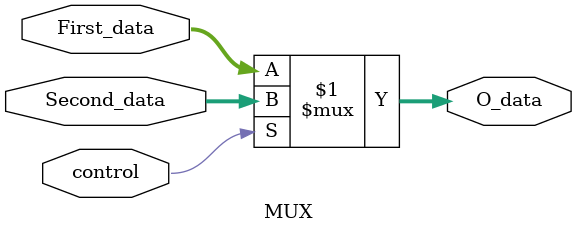
<source format=v>
`timescale 1ns / 1ps


module MUX(First_data,Second_data,control,O_data);
    input[31:0] First_data;
    input[31:0] Second_data;
    input control;
    output[31:0] O_data;
    assign O_data=control?Second_data:First_data;
endmodule

</source>
